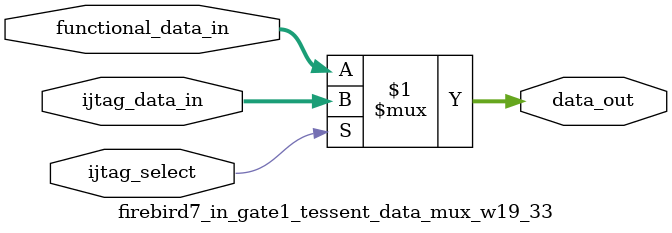
<source format=sv>

module firebird7_in_gate1_tessent_data_mux_w19_33 (
  input wire ijtag_select,
  input wire [18:0]  functional_data_in,
  input wire [18:0]  ijtag_data_in,
  output wire [18:0] data_out
);
assign data_out = (ijtag_select) ? ijtag_data_in : functional_data_in;
endmodule

</source>
